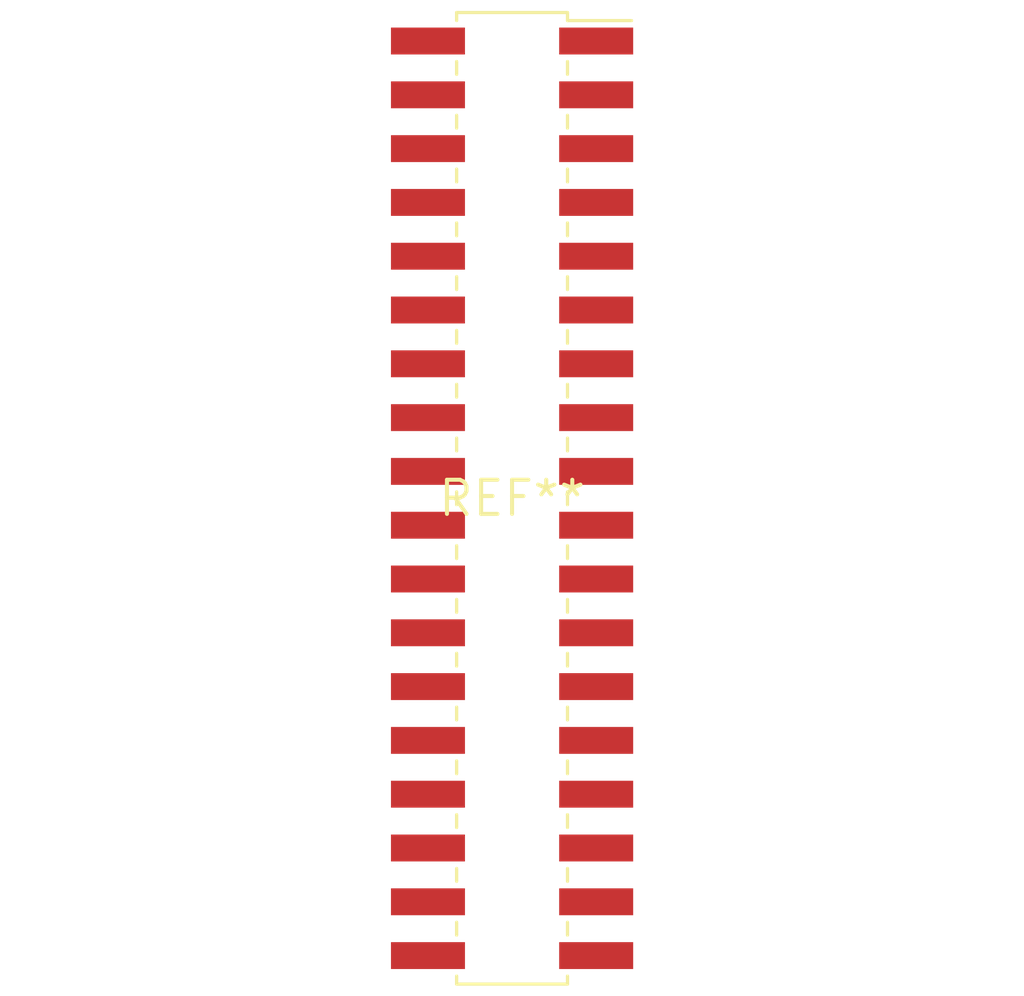
<source format=kicad_pcb>
(kicad_pcb (version 20240108) (generator pcbnew)
  (layers (0 "F.Cu" signal) (31 "B.Cu" signal) (34 "B.Paste" user) (35 "F.Paste" user) (36 "B.SilkS" user "B.Silkscreen") (37 "F.SilkS" user "F.Silkscreen") (38 "B.Mask" user) (39 "F.Mask" user) (44 "Edge.Cuts" user))
  (net 0 "")
  (footprint "PinSocket_2x18_P2.00mm_Vertical_SMD" (layer "F.Cu") (at 0 0)
    (property "Reference" "REF**")
    (property "Value" "PinSocket_2x18_P2.00mm_Vertical_SMD")
    (fp_line (start -2.06 -18.06) (end -2.06 -17.76) (layer "F.SilkS") (stroke (width 0.12)))
    (fp_line (start -2.06 -18.06) (end 2.06 -18.06) (layer "F.SilkS") (stroke (width 0.12)))
    (fp_line (start -2.06 -16.24) (end -2.06 -15.76) (layer "F.SilkS") (stroke (width 0.12)))
    (fp_line (start -2.06 -14.24) (end -2.06 -13.76) (layer "F.SilkS") (stroke (width 0.12)))
    (fp_line (start -2.06 -12.24) (end -2.06 -11.76) (layer "F.SilkS") (stroke (width 0.12)))
    (fp_line (start -2.06 -10.24) (end -2.06 -9.76) (layer "F.SilkS") (stroke (width 0.12)))
    (fp_line (start -2.06 -8.24) (end -2.06 -7.76) (layer "F.SilkS") (stroke (width 0.12)))
    (fp_line (start -2.06 -6.24) (end -2.06 -5.76) (layer "F.SilkS") (stroke (width 0.12)))
    (fp_line (start -2.06 -4.24) (end -2.06 -3.76) (layer "F.SilkS") (stroke (width 0.12)))
    (fp_line (start -2.06 -2.24) (end -2.06 -1.76) (layer "F.SilkS") (stroke (width 0.12)))
    (fp_line (start -2.06 -0.24) (end -2.06 0.24) (layer "F.SilkS") (stroke (width 0.12)))
    (fp_line (start -2.06 1.76) (end -2.06 2.24) (layer "F.SilkS") (stroke (width 0.12)))
    (fp_line (start -2.06 3.76) (end -2.06 4.24) (layer "F.SilkS") (stroke (width 0.12)))
    (fp_line (start -2.06 5.76) (end -2.06 6.24) (layer "F.SilkS") (stroke (width 0.12)))
    (fp_line (start -2.06 7.76) (end -2.06 8.24) (layer "F.SilkS") (stroke (width 0.12)))
    (fp_line (start -2.06 9.76) (end -2.06 10.24) (layer "F.SilkS") (stroke (width 0.12)))
    (fp_line (start -2.06 11.76) (end -2.06 12.24) (layer "F.SilkS") (stroke (width 0.12)))
    (fp_line (start -2.06 13.76) (end -2.06 14.24) (layer "F.SilkS") (stroke (width 0.12)))
    (fp_line (start -2.06 15.76) (end -2.06 16.24) (layer "F.SilkS") (stroke (width 0.12)))
    (fp_line (start -2.06 17.76) (end -2.06 18.06) (layer "F.SilkS") (stroke (width 0.12)))
    (fp_line (start -2.06 18.06) (end 2.06 18.06) (layer "F.SilkS") (stroke (width 0.12)))
    (fp_line (start 2.06 -18.06) (end 2.06 -17.76) (layer "F.SilkS") (stroke (width 0.12)))
    (fp_line (start 2.06 -17.76) (end 4.44 -17.76) (layer "F.SilkS") (stroke (width 0.12)))
    (fp_line (start 2.06 -16.24) (end 2.06 -15.76) (layer "F.SilkS") (stroke (width 0.12)))
    (fp_line (start 2.06 -14.24) (end 2.06 -13.76) (layer "F.SilkS") (stroke (width 0.12)))
    (fp_line (start 2.06 -12.24) (end 2.06 -11.76) (layer "F.SilkS") (stroke (width 0.12)))
    (fp_line (start 2.06 -10.24) (end 2.06 -9.76) (layer "F.SilkS") (stroke (width 0.12)))
    (fp_line (start 2.06 -8.24) (end 2.06 -7.76) (layer "F.SilkS") (stroke (width 0.12)))
    (fp_line (start 2.06 -6.24) (end 2.06 -5.76) (layer "F.SilkS") (stroke (width 0.12)))
    (fp_line (start 2.06 -4.24) (end 2.06 -3.76) (layer "F.SilkS") (stroke (width 0.12)))
    (fp_line (start 2.06 -2.24) (end 2.06 -1.76) (layer "F.SilkS") (stroke (width 0.12)))
    (fp_line (start 2.06 -0.24) (end 2.06 0.24) (layer "F.SilkS") (stroke (width 0.12)))
    (fp_line (start 2.06 1.76) (end 2.06 2.24) (layer "F.SilkS") (stroke (width 0.12)))
    (fp_line (start 2.06 3.76) (end 2.06 4.24) (layer "F.SilkS") (stroke (width 0.12)))
    (fp_line (start 2.06 5.76) (end 2.06 6.24) (layer "F.SilkS") (stroke (width 0.12)))
    (fp_line (start 2.06 7.76) (end 2.06 8.24) (layer "F.SilkS") (stroke (width 0.12)))
    (fp_line (start 2.06 9.76) (end 2.06 10.24) (layer "F.SilkS") (stroke (width 0.12)))
    (fp_line (start 2.06 11.76) (end 2.06 12.24) (layer "F.SilkS") (stroke (width 0.12)))
    (fp_line (start 2.06 13.76) (end 2.06 14.24) (layer "F.SilkS") (stroke (width 0.12)))
    (fp_line (start 2.06 15.76) (end 2.06 16.24) (layer "F.SilkS") (stroke (width 0.12)))
    (fp_line (start 2.06 17.76) (end 2.06 18.06) (layer "F.SilkS") (stroke (width 0.12)))
    (pad "1" smd rect (at 3.125 -17) (size 2.75 1) (layers "F.Cu" "F.Paste" "F.Mask"))
    (pad "2" smd rect (at -3.125 -17) (size 2.75 1) (layers "F.Cu" "F.Paste" "F.Mask"))
    (pad "3" smd rect (at 3.125 -15) (size 2.75 1) (layers "F.Cu" "F.Paste" "F.Mask"))
    (pad "4" smd rect (at -3.125 -15) (size 2.75 1) (layers "F.Cu" "F.Paste" "F.Mask"))
    (pad "5" smd rect (at 3.125 -13) (size 2.75 1) (layers "F.Cu" "F.Paste" "F.Mask"))
    (pad "6" smd rect (at -3.125 -13) (size 2.75 1) (layers "F.Cu" "F.Paste" "F.Mask"))
    (pad "7" smd rect (at 3.125 -11) (size 2.75 1) (layers "F.Cu" "F.Paste" "F.Mask"))
    (pad "8" smd rect (at -3.125 -11) (size 2.75 1) (layers "F.Cu" "F.Paste" "F.Mask"))
    (pad "9" smd rect (at 3.125 -9) (size 2.75 1) (layers "F.Cu" "F.Paste" "F.Mask"))
    (pad "10" smd rect (at -3.125 -9) (size 2.75 1) (layers "F.Cu" "F.Paste" "F.Mask"))
    (pad "11" smd rect (at 3.125 -7) (size 2.75 1) (layers "F.Cu" "F.Paste" "F.Mask"))
    (pad "12" smd rect (at -3.125 -7) (size 2.75 1) (layers "F.Cu" "F.Paste" "F.Mask"))
    (pad "13" smd rect (at 3.125 -5) (size 2.75 1) (layers "F.Cu" "F.Paste" "F.Mask"))
    (pad "14" smd rect (at -3.125 -5) (size 2.75 1) (layers "F.Cu" "F.Paste" "F.Mask"))
    (pad "15" smd rect (at 3.125 -3) (size 2.75 1) (layers "F.Cu" "F.Paste" "F.Mask"))
    (pad "16" smd rect (at -3.125 -3) (size 2.75 1) (layers "F.Cu" "F.Paste" "F.Mask"))
    (pad "17" smd rect (at 3.125 -1) (size 2.75 1) (layers "F.Cu" "F.Paste" "F.Mask"))
    (pad "18" smd rect (at -3.125 -1) (size 2.75 1) (layers "F.Cu" "F.Paste" "F.Mask"))
    (pad "19" smd rect (at 3.125 1) (size 2.75 1) (layers "F.Cu" "F.Paste" "F.Mask"))
    (pad "20" smd rect (at -3.125 1) (size 2.75 1) (layers "F.Cu" "F.Paste" "F.Mask"))
    (pad "21" smd rect (at 3.125 3) (size 2.75 1) (layers "F.Cu" "F.Paste" "F.Mask"))
    (pad "22" smd rect (at -3.125 3) (size 2.75 1) (layers "F.Cu" "F.Paste" "F.Mask"))
    (pad "23" smd rect (at 3.125 5) (size 2.75 1) (layers "F.Cu" "F.Paste" "F.Mask"))
    (pad "24" smd rect (at -3.125 5) (size 2.75 1) (layers "F.Cu" "F.Paste" "F.Mask"))
    (pad "25" smd rect (at 3.125 7) (size 2.75 1) (layers "F.Cu" "F.Paste" "F.Mask"))
    (pad "26" smd rect (at -3.125 7) (size 2.75 1) (layers "F.Cu" "F.Paste" "F.Mask"))
    (pad "27" smd rect (at 3.125 9) (size 2.75 1) (layers "F.Cu" "F.Paste" "F.Mask"))
    (pad "28" smd rect (at -3.125 9) (size 2.75 1) (layers "F.Cu" "F.Paste" "F.Mask"))
    (pad "29" smd rect (at 3.125 11) (size 2.75 1) (layers "F.Cu" "F.Paste" "F.Mask"))
    (pad "30" smd rect (at -3.125 11) (size 2.75 1) (layers "F.Cu" "F.Paste" "F.Mask"))
    (pad "31" smd rect (at 3.125 13) (size 2.75 1) (layers "F.Cu" "F.Paste" "F.Mask"))
    (pad "32" smd rect (at -3.125 13) (size 2.75 1) (layers "F.Cu" "F.Paste" "F.Mask"))
    (pad "33" smd rect (at 3.125 15) (size 2.75 1) (layers "F.Cu" "F.Paste" "F.Mask"))
    (pad "34" smd rect (at -3.125 15) (size 2.75 1) (layers "F.Cu" "F.Paste" "F.Mask"))
    (pad "35" smd rect (at 3.125 17) (size 2.75 1) (layers "F.Cu" "F.Paste" "F.Mask"))
    (pad "36" smd rect (at -3.125 17) (size 2.75 1) (layers "F.Cu" "F.Paste" "F.Mask"))
  )
)
</source>
